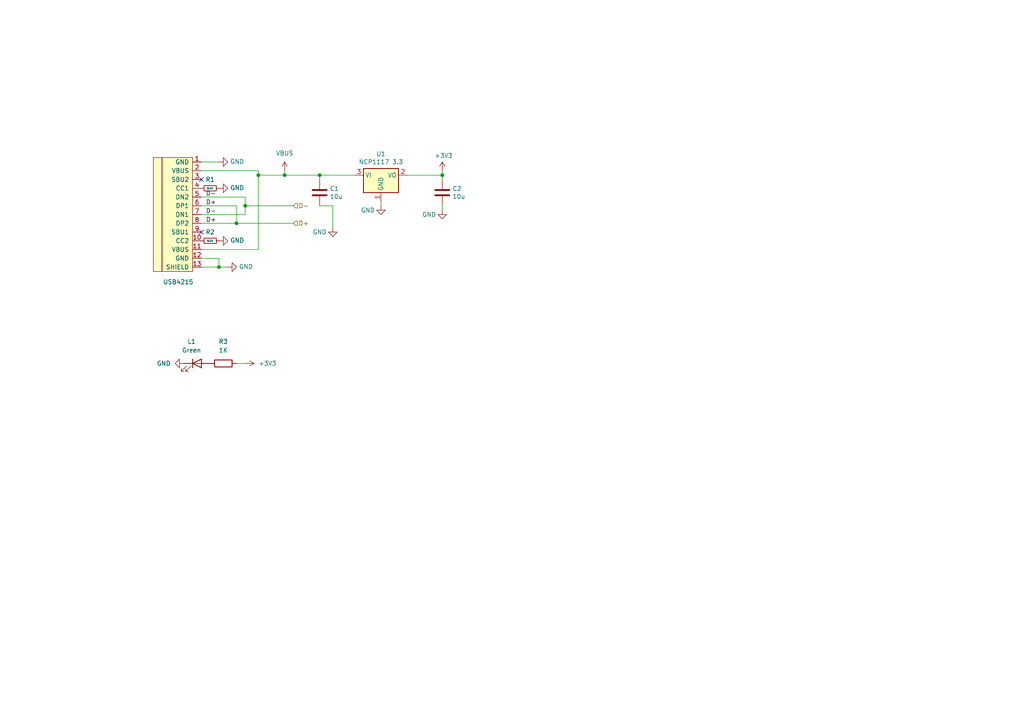
<source format=kicad_sch>
(kicad_sch (version 20250114) (generator "eeschema") (generator_version "9.0")
  (paper "A4")
  (title_block (title "FRANK RM1Z") (date "2025-03-06") (rev "1.00") (company "Mikhail Matveev") (comment 1 "https://github.com/xtremespb/frank"))
  (lib_symbols
    (symbol "+3V3_1" (power) (pin_numbers (hide yes)) (pin_names (offset 0) (hide yes))
      (property "Value" "+3V3" (at 0 3.556 0))
      (symbol "+3V3_1_0_1"
        (polyline (pts (xy -0.762 1.27) (xy 0 2.54)))
        (polyline (pts (xy 0 2.54) (xy 0.762 1.27)))
        (polyline (pts (xy 0 0) (xy 0 2.54)))
      )
      (symbol "+3V3_1_1_1"
        (pin power_in line (at 0 0 90) (length 0) (name "~") (number "1"))
      )
    )
    (symbol "Device:C" (pin_numbers (hide yes)) (pin_names (offset 0.254))
      (property "Reference" "C" (at 0.635 2.54 0))
      (property "Value" "C" (at 0.635 -2.54 0))
      (symbol "C_0_1"
        (polyline (pts (xy -2.032 0.762) (xy 2.032 0.762)) (stroke (width 0.508)))
        (polyline (pts (xy -2.032 -0.762) (xy 2.032 -0.762)) (stroke (width 0.508)))
      )
      (symbol "C_1_1"
        (pin passive line (at 0 3.81 270) (length 2.794) (name "~") (number "1"))
        (pin passive line (at 0 -3.81 90) (length 2.794) (name "~") (number "2"))
      )
    )
    (symbol "Device:LED" (pin_numbers (hide yes)) (pin_names (offset 1.016) (hide yes))
      (property "Reference" "D" (at 0 2.54 0))
      (property "Value" "LED" (at 0 -2.54 0))
      (symbol "LED_0_1"
        (polyline (pts (xy -3.048 -0.762) (xy -4.572 -2.286) (xy -3.81 -2.286) (xy -4.572 -2.286) (xy -4.572 -1.524)))
        (polyline (pts (xy -1.778 -0.762) (xy -3.302 -2.286) (xy -2.54 -2.286) (xy -3.302 -2.286) (xy -3.302 -1.524)))
        (polyline (pts (xy -1.27 0) (xy 1.27 0)))
        (polyline (pts (xy -1.27 -1.27) (xy -1.27 1.27)) (stroke (width 0.254)))
        (polyline (pts (xy 1.27 -1.27) (xy 1.27 1.27) (xy -1.27 0) (xy 1.27 -1.27)) (stroke (width 0.254)))
      )
      (symbol "LED_1_1"
        (pin passive line (at -3.81 0 0) (length 2.54) (name "K") (number "1"))
        (pin passive line (at 3.81 0 180) (length 2.54) (name "A") (number "2"))
      )
    )
    (symbol "Device:R" (pin_numbers (hide yes)) (pin_names (offset 0))
      (property "Reference" "R" (at 2.032 0 90))
      (property "Value" "R" (at 0 0 90))
      (symbol "R_0_1"
        (rectangle (start -1.016 -2.54) (end 1.016 2.54) (stroke (width 0.254)))
      )
      (symbol "R_1_1"
        (pin passive line (at 0 3.81 270) (length 1.27) (name "~") (number "1"))
        (pin passive line (at 0 -3.81 90) (length 1.27) (name "~") (number "2"))
      )
    )
    (symbol "Device:R_Small" (pin_numbers (hide yes)) (pin_names (offset 0.254) (hide yes))
      (property "Reference" "R" (at 0.762 0.508 0))
      (property "Value" "R_Small" (at 0.762 -1.016 0))
      (symbol "R_Small_0_1"
        (rectangle (start -0.762 1.778) (end 0.762 -1.778) (stroke (width 0.2032)))
      )
      (symbol "R_Small_1_1"
        (pin passive line (at 0 2.54 270) (length 0.762) (name "~") (number "1"))
        (pin passive line (at 0 -2.54 90) (length 0.762) (name "~") (number "2"))
      )
    )
    (symbol "FRANK:USB-C" (pin_names (offset 1.016))
      (property "Value" "USB Type C" (at 0.254 -20.828 0))
      (symbol "USB-C_0_1"
        (rectangle (start -11.43 15.24) (end -8.89 -17.78) (fill (type background)))
        (rectangle (start 0 -17.78) (end -8.89 15.24) (fill (type background)))
      )
      (symbol "USB-C_1_1"
        (pin input line (at 2.54 13.97 180) (length 2.54) (name "GND") (number "1"))
        (pin input line (at 2.54 11.43 180) (length 2.54) (name "VBUS") (number "2"))
        (pin input line (at 2.54 8.89 180) (length 2.54) (name "SBU2") (number "3"))
        (pin input line (at 2.54 6.35 180) (length 2.54) (name "CC1") (number "4"))
        (pin input line (at 2.54 3.81 180) (length 2.54) (name "DN2") (number "5"))
        (pin input line (at 2.54 1.27 180) (length 2.54) (name "DP1") (number "6"))
        (pin input line (at 2.54 -1.27 180) (length 2.54) (name "DN1") (number "7"))
        (pin input line (at 2.54 -3.81 180) (length 2.54) (name "DP2") (number "8"))
        (pin input line (at 2.54 -6.35 180) (length 2.54) (name "SBU1") (number "9"))
        (pin input line (at 2.54 -8.89 180) (length 2.54) (name "CC2") (number "10"))
        (pin input line (at 2.54 -11.43 180) (length 2.54) (name "VBUS") (number "11"))
        (pin input line (at 2.54 -13.97 180) (length 2.54) (name "GND") (number "12"))
        (pin input line (at 2.54 -16.51 180) (length 2.54) (name "SHIELD") (number "13"))
      )
    )
    (symbol "GND_1" (power) (pin_numbers (hide yes)) (pin_names (offset 0) (hide yes))
      (property "Value" "GND" (at 0 -3.81 0))
      (symbol "GND_1_0_1"
        (polyline (pts (xy 0 0) (xy 0 -1.27) (xy 1.27 -1.27) (xy 0 -2.54) (xy -1.27 -1.27) (xy 0 -1.27)))
      )
      (symbol "GND_1_1_1"
        (pin power_in line (at 0 0 270) (length 0) (name "~") (number "1"))
      )
    )
    (symbol "GND_2" (power) (pin_numbers (hide yes)) (pin_names (offset 0) (hide yes))
      (property "Value" "GND" (at 0 -3.81 0))
      (symbol "GND_2_0_1"
        (polyline (pts (xy 0 0) (xy 0 -1.27) (xy 1.27 -1.27) (xy 0 -2.54) (xy -1.27 -1.27) (xy 0 -1.27)))
      )
      (symbol "GND_2_1_1"
        (pin power_in line (at 0 0 270) (length 0) (name "~") (number "1"))
      )
    )
    (symbol "GND_3" (power) (pin_numbers (hide yes)) (pin_names (offset 0) (hide yes))
      (property "Value" "GND" (at 0 -3.81 0))
      (symbol "GND_3_0_1"
        (polyline (pts (xy 0 0) (xy 0 -1.27) (xy 1.27 -1.27) (xy 0 -2.54) (xy -1.27 -1.27) (xy 0 -1.27)))
      )
      (symbol "GND_3_1_1"
        (pin power_in line (at 0 0 270) (length 0) (name "~") (number "1"))
      )
    )
    (symbol "GND_4" (power) (pin_numbers (hide yes)) (pin_names (offset 0) (hide yes))
      (property "Value" "GND" (at 0 -3.81 0))
      (symbol "GND_4_0_1"
        (polyline (pts (xy 0 0) (xy 0 -1.27) (xy 1.27 -1.27) (xy 0 -2.54) (xy -1.27 -1.27) (xy 0 -1.27)))
      )
      (symbol "GND_4_1_1"
        (pin power_in line (at 0 0 270) (length 0) (name "~") (number "1"))
      )
    )
    (symbol "GND_5" (power) (pin_numbers (hide yes)) (pin_names (offset 0) (hide yes))
      (property "Value" "GND" (at 0 -3.81 0))
      (symbol "GND_5_0_1"
        (polyline (pts (xy 0 0) (xy 0 -1.27) (xy 1.27 -1.27) (xy 0 -2.54) (xy -1.27 -1.27) (xy 0 -1.27)))
      )
      (symbol "GND_5_1_1"
        (pin power_in line (at 0 0 270) (length 0) (name "~") (number "1"))
      )
    )
    (symbol "GND_6" (power) (pin_numbers (hide yes)) (pin_names (offset 0) (hide yes))
      (property "Value" "GND" (at 0 -3.81 0))
      (symbol "GND_6_0_1"
        (polyline (pts (xy 0 0) (xy 0 -1.27) (xy 1.27 -1.27) (xy 0 -2.54) (xy -1.27 -1.27) (xy 0 -1.27)))
      )
      (symbol "GND_6_1_1"
        (pin power_in line (at 0 0 270) (length 0) (name "~") (number "1"))
      )
    )
    (symbol "GND_7" (power) (pin_numbers (hide yes)) (pin_names (offset 0) (hide yes))
      (property "Value" "GND" (at 0 -3.81 0))
      (symbol "GND_7_0_1"
        (polyline (pts (xy 0 0) (xy 0 -1.27) (xy 1.27 -1.27) (xy 0 -2.54) (xy -1.27 -1.27) (xy 0 -1.27)))
      )
      (symbol "GND_7_1_1"
        (pin power_in line (at 0 0 270) (length 0) (name "~") (number "1"))
      )
    )
    (symbol "Regulator_Linear:NCP1117-3.3_SOT223"
      (property "Reference" "U" (at -3.81 3.175 0))
      (property "Value" "NCP1117-3.3_SOT223" (at 0 3.175 0))
      (symbol "NCP1117-3.3_SOT223_0_1"
        (rectangle (start -5.08 -5.08) (end 5.08 1.905) (stroke (width 0.254)) (fill (type background)))
      )
      (symbol "NCP1117-3.3_SOT223_1_1"
        (pin power_in line (at -7.62 0 0) (length 2.54) (name "VI") (number "3"))
        (pin power_in line (at 0 -7.62 90) (length 2.54) (name "GND") (number "1"))
        (pin power_out line (at 7.62 0 180) (length 2.54) (name "VO") (number "2"))
      )
    )
    (symbol "power:+3V3" (power) (pin_numbers (hide yes)) (pin_names (offset 0) (hide yes))
      (property "Value" "+3V3" (at 0 3.556 0))
      (symbol "+3V3_0_1"
        (polyline (pts (xy -0.762 1.27) (xy 0 2.54)))
        (polyline (pts (xy 0 2.54) (xy 0.762 1.27)))
        (polyline (pts (xy 0 0) (xy 0 2.54)))
      )
      (symbol "+3V3_1_1"
        (pin power_in line (at 0 0 90) (length 0) (name "~") (number "1"))
      )
    )
    (symbol "power:GND" (power) (pin_numbers (hide yes)) (pin_names (offset 0) (hide yes))
      (property "Value" "GND" (at 0 -3.81 0))
      (symbol "GND_0_1"
        (polyline (pts (xy 0 0) (xy 0 -1.27) (xy 1.27 -1.27) (xy 0 -2.54) (xy -1.27 -1.27) (xy 0 -1.27)))
      )
      (symbol "GND_1_1"
        (pin power_in line (at 0 0 270) (length 0) (name "~") (number "1"))
      )
    )
    (symbol "power:VBUS" (power) (pin_numbers (hide yes)) (pin_names (offset 0) (hide yes))
      (property "Value" "VBUS" (at 0 3.556 0))
      (symbol "VBUS_0_1"
        (polyline (pts (xy -0.762 1.27) (xy 0 2.54)))
        (polyline (pts (xy 0 2.54) (xy 0.762 1.27)))
        (polyline (pts (xy 0 0) (xy 0 2.54)))
      )
      (symbol "VBUS_1_1"
        (pin power_in line (at 0 0 90) (length 0) (name "~") (number "1"))
      )
    )
  )
  (junction (at 74.93 50.8))
  (junction (at 68.58 64.77))
  (junction (at 82.55 50.8))
  (junction (at 92.71 50.8))
  (junction (at 63.5 77.47))
  (junction (at 128.27 50.8))
  (junction (at 71.12 59.69))
  (no_connect (at 58.42 67.31))
  (no_connect (at 58.42 52.07))
  (wire (pts (xy 58.42 49.53) (xy 74.93 49.53)))
  (wire (pts (xy 58.42 59.69) (xy 68.58 59.69)))
  (wire (pts (xy 82.55 50.8) (xy 92.71 50.8)))
  (wire (pts (xy 102.87 50.8) (xy 92.71 50.8)))
  (wire (pts (xy 128.27 50.8) (xy 128.27 49.53)))
  (wire (pts (xy 63.5 77.47) (xy 66.04 77.47)))
  (wire (pts (xy 82.55 49.53) (xy 82.55 50.8)))
  (wire (pts (xy 63.5 74.93) (xy 63.5 77.47)))
  (wire (pts (xy 74.93 72.39) (xy 58.42 72.39)))
  (wire (pts (xy 92.71 52.07) (xy 92.71 50.8)))
  (wire (pts (xy 128.27 52.07) (xy 128.27 50.8)))
  (wire (pts (xy 96.52 59.69) (xy 92.71 59.69)))
  (wire (pts (xy 118.11 50.8) (xy 128.27 50.8)))
  (wire (pts (xy 58.42 57.15) (xy 71.12 57.15)))
  (wire (pts (xy 58.42 62.23) (xy 71.12 62.23)))
  (wire (pts (xy 71.12 59.69) (xy 85.09 59.69)))
  (wire (pts (xy 74.93 50.8) (xy 74.93 72.39)))
  (wire (pts (xy 74.93 49.53) (xy 74.93 50.8)))
  (wire (pts (xy 71.12 59.69) (xy 71.12 62.23)))
  (wire (pts (xy 58.42 46.99) (xy 63.5 46.99)))
  (wire (pts (xy 128.27 59.69) (xy 128.27 60.96)))
  (wire (pts (xy 58.42 77.47) (xy 63.5 77.47)))
  (wire (pts (xy 58.42 64.77) (xy 68.58 64.77)))
  (wire (pts (xy 96.52 59.69) (xy 96.52 66.04)))
  (wire (pts (xy 58.42 74.93) (xy 63.5 74.93)))
  (wire (pts (xy 71.12 57.15) (xy 71.12 59.69)))
  (wire (pts (xy 68.58 105.41) (xy 71.12 105.41)))
  (wire (pts (xy 74.93 50.8) (xy 82.55 50.8)))
  (wire (pts (xy 110.49 58.42) (xy 110.49 59.69)))
  (wire (pts (xy 68.58 64.77) (xy 85.09 64.77)))
  (wire (pts (xy 68.58 59.69) (xy 68.58 64.77)))
  (label "D-" (at 59.69 62.23 0))
  (label "D+" (at 59.69 64.77 0))
  (label "D-" (at 59.69 57.15 0))
  (label "D+" (at 59.69 59.69 0))
  (hierarchical_label "D-" (shape input) (at 85.09 59.69 0))
  (hierarchical_label "D+" (shape input) (at 85.09 64.77 0))
  (symbol (lib_name "GND_3") (lib_id "power:GND") (at 96.52 66.04 0) (unit 1)
    (property "Reference" "#PWR011" (effects (hide yes)))
    (property "Value" "GND" (at 92.71 67.31 0))
    (property "Description" "Power symbol creates a global label with name \"GND\" , ground" (effects (hide yes)))
  )
  (symbol (lib_id "power:VBUS") (at 82.55 49.53 0) (unit 1)
    (property "Reference" "#PWR06" (effects (hide yes)))
    (property "Value" "VBUS" (at 82.55 44.45 0))
    (property "Description" "Power symbol creates a global label with name \"VBUS\"" (effects (hide yes)))
  )
  (symbol (lib_name "GND_5") (lib_id "power:GND") (at 63.5 69.85 90) (unit 1)
    (property "Reference" "#PWR012" (effects (hide yes)))
    (property "Value" "GND" (at 66.7512 69.723 90) (effects (justify right)))
    (property "Description" "Power symbol creates a global label with name \"GND\" , ground" (effects (hide yes)))
  )
  (symbol (lib_name "GND_2") (lib_id "power:GND") (at 53.34 105.41 270) (unit 1)
    (property "Reference" "#PWR014" (effects (hide yes)))
    (property "Value" "GND" (at 49.53 105.4099 90) (effects (justify right)))
    (property "Description" "Power symbol creates a global label with name \"GND\" , ground" (effects (hide yes)))
  )
  (symbol (lib_id "Device:LED") (at 57.15 105.41 0) (unit 1)
    (property "Reference" "L1" (at 55.5625 99.06 0))
    (property "Value" "Green" (at 55.5625 101.6 0))
    (property "Footprint" "FRANK:LED (0805)" (effects (hide yes)))
    (property "Description" "Light emitting diode" (effects (hide yes)))
    (property "AliExpress" "https://www.aliexpress.com/item/1005005975741298.html" (effects (hide yes)))
    (property "Sim.Pins" "1=K 2=A" (effects (hide yes)))
  )
  (symbol (lib_id "Regulator_Linear:NCP1117-3.3_SOT223") (at 110.49 50.8 0) (unit 1)
    (property "Reference" "U1" (at 110.49 44.6532 0))
    (property "Value" "NCP1117 3.3" (at 110.49 46.9646 0))
    (property "Footprint" "FRANK:SOT-223" (effects (hide yes)))
    (property "Datasheet" "http://www.onsemi.com/pub_link/Collateral/NCP1117-D.PDF" (effects (hide yes)))
    (property "AliExpress" "https://www.aliexpress.com/item/1005005802338707.html" (effects (hide yes)))
  )
  (symbol (lib_id "Device:C") (at 128.27 55.88 0) (unit 1)
    (property "Reference" "C2" (at 131.191 54.7116 0) (effects (justify left)))
    (property "Value" "10u" (at 131.191 57.023 0) (effects (justify left)))
    (property "Footprint" "FRANK:Capacitor (0805)" (effects (hide yes)))
    (property "Datasheet" "https://eu.mouser.com/datasheet/2/40/KGM_X7R-3223212.pdf" (effects (hide yes)))
    (property "AliExpress" "https://www.aliexpress.com/item/33008008276.html" (effects (hide yes)))
  )
  (symbol (lib_id "FRANK:USB-C") (at 55.88 60.96 0) (unit 1)
    (property "Reference" "USB1" (effects (hide yes)))
    (property "Value" "USB4215" (at 56.134 81.788 0) (effects (justify right)))
    (property "Footprint" "FRANK:USB Type C" (effects (hide yes)))
    (property "Datasheet" "https://eu.mouser.com/datasheet/2/837/usb4215-3472997.pdf" (effects (hide yes)))
    (property "LCSC" "C165948" (effects (hide yes)))
    (property "AliExpress" "https://www.aliexpress.com/item/1005005500797563.html" (effects (hide yes)))
  )
  (symbol (lib_id "Device:C") (at 92.71 55.88 0) (unit 1)
    (property "Reference" "C1" (at 95.631 54.7116 0) (effects (justify left)))
    (property "Value" "10u" (at 95.631 57.023 0) (effects (justify left)))
    (property "Footprint" "FRANK:Capacitor (0805)" (effects (hide yes)))
    (property "Datasheet" "https://eu.mouser.com/datasheet/2/40/KGM_X7R-3223212.pdf" (effects (hide yes)))
    (property "AliExpress" "https://www.aliexpress.com/item/33008008276.html" (effects (hide yes)))
  )
  (symbol (lib_id "Device:R") (at 64.77 105.41 90) (unit 1)
    (property "Reference" "R3" (at 64.77 99.06 90))
    (property "Value" "1K" (at 64.77 101.6 90))
    (property "Footprint" "FRANK:Resistor (0805)" (effects (hide yes)))
    (property "Datasheet" "https://www.vishay.com/docs/28952/mcs0402at-mct0603at-mcu0805at-mca1206at.pdf" (effects (hide yes)))
    (property "Description" "Resistor" (effects (hide yes)))
    (property "AliExpress" "https://www.aliexpress.com/item/1005005945735199.html" (effects (hide yes)))
  )
  (symbol (lib_id "Device:R_Small") (at 60.96 69.85 270) (unit 1)
    (property "Reference" "R2" (at 60.96 67.31 90))
    (property "Value" "5.1K" (at 60.96 69.85 90) (effects (font (size 0.508 0.508))))
    (property "Footprint" "FRANK:Resistor (0805)" (effects (hide yes)))
    (property "Datasheet" "https://www.vishay.com/docs/28952/mcs0402at-mct0603at-mcu0805at-mca1206at.pdf" (effects (hide yes)))
    (property "LCSC" " " (effects (hide yes)))
    (property "AliExpress" "https://www.aliexpress.com/item/1005005945735199.html" (effects (hide yes)))
  )
  (symbol (lib_name "GND_6") (lib_id "power:GND") (at 63.5 54.61 90) (unit 1)
    (property "Reference" "#PWR08" (effects (hide yes)))
    (property "Value" "GND" (at 66.7512 54.483 90) (effects (justify right)))
    (property "Description" "Power symbol creates a global label with name \"GND\" , ground" (effects (hide yes)))
  )
  (symbol (lib_name "GND_1") (lib_id "power:GND") (at 128.27 60.96 0) (unit 1)
    (property "Reference" "#PWR010" (effects (hide yes)))
    (property "Value" "GND" (at 124.46 62.23 0))
    (property "Description" "Power symbol creates a global label with name \"GND\" , ground" (effects (hide yes)))
  )
  (symbol (lib_id "power:+3V3") (at 128.27 49.53 0) (unit 1)
    (property "Reference" "#PWR07" (effects (hide yes)))
    (property "Value" "+3V3" (at 128.651 45.1358 0))
    (property "Description" "Power symbol creates a global label with name \"+3V3\"" (effects (hide yes)))
  )
  (symbol (lib_id "Device:R_Small") (at 60.96 54.61 270) (unit 1)
    (property "Reference" "R1" (at 60.96 52.07 90))
    (property "Value" "5.1K" (at 60.96 54.61 90) (effects (font (size 0.508 0.508))))
    (property "Footprint" "FRANK:Resistor (0805)" (effects (hide yes)))
    (property "Datasheet" "https://www.vishay.com/docs/28952/mcs0402at-mct0603at-mcu0805at-mca1206at.pdf" (effects (hide yes)))
    (property "LCSC" " " (effects (hide yes)))
    (property "AliExpress" "https://www.aliexpress.com/item/1005005945735199.html" (effects (hide yes)))
  )
  (symbol (lib_id "power:GND") (at 63.5 46.99 90) (unit 1)
    (property "Reference" "#PWR05" (effects (hide yes)))
    (property "Value" "GND" (at 66.7512 46.863 90) (effects (justify right)))
    (property "Description" "Power symbol creates a global label with name \"GND\" , ground" (effects (hide yes)))
  )
  (symbol (lib_name "GND_7") (lib_id "power:GND") (at 66.04 77.47 90) (unit 1)
    (property "Reference" "#PWR013" (effects (hide yes)))
    (property "Value" "GND" (at 69.2912 77.343 90) (effects (justify right)))
    (property "Description" "Power symbol creates a global label with name \"GND\" , ground" (effects (hide yes)))
  )
  (symbol (lib_name "+3V3_1") (lib_id "power:+3V3") (at 71.12 105.41 270) (unit 1)
    (property "Reference" "#PWR015" (effects (hide yes)))
    (property "Value" "+3V3" (at 74.93 105.4099 90) (effects (justify left)))
    (property "Description" "Power symbol creates a global label with name \"+3V3\"" (effects (hide yes)))
  )
  (symbol (lib_name "GND_4") (lib_id "power:GND") (at 110.49 59.69 0) (unit 1)
    (property "Reference" "#PWR09" (effects (hide yes)))
    (property "Value" "GND" (at 106.68 60.96 0))
    (property "Description" "Power symbol creates a global label with name \"GND\" , ground" (effects (hide yes)))
  )
)
</source>
